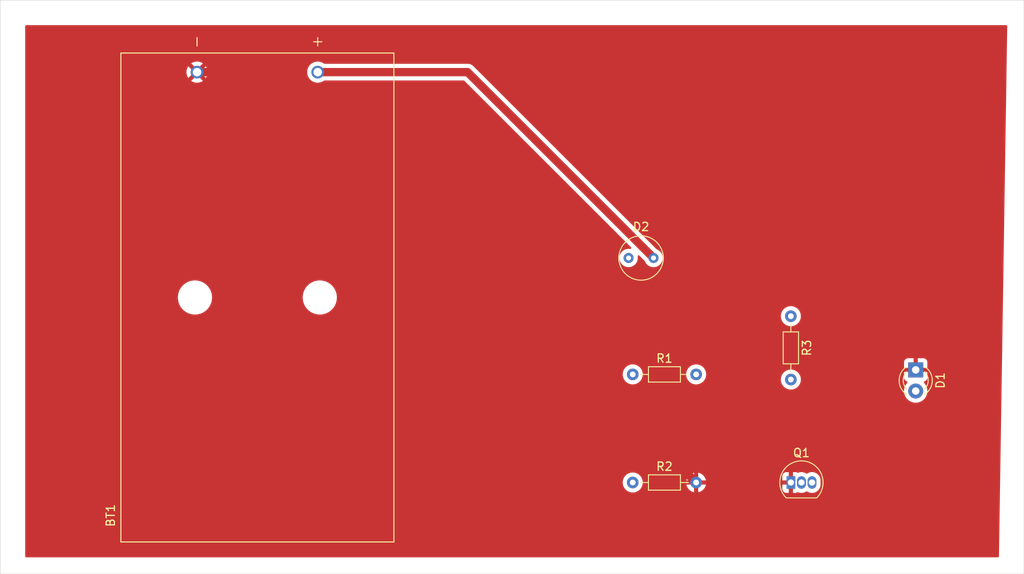
<source format=kicad_pcb>
(kicad_pcb (version 20241229) (generator "pcbnew") (generator_version "9.0")
  (layers (0 "F.Cu" signal) (2 "B.Cu" signal) (13 "F.Paste" user) (15 "B.Paste" user) (5 "F.SilkS" user "F.Silkscreen") (7 "B.SilkS" user "B.Silkscreen") (1 "F.Mask" user) (3 "B.Mask" user) (25 "Edge.Cuts" user))
  (net 0 "")
  (net 1 "Net-(D1-A)")
  (net 2 "Net-(D2-K)")
  (net 3 "Net-(D2-A)")
  (net 4 "Net-(Q1-B)")
  (net 5 "GND")
  (footprint "Resistor_THT:R_Axial_DIN0204_L3.6mm_D1.6mm_P7.62mm_Horizontal" (layer "F.Cu") (at 154 87 -90)
    (property "Reference" "R3" (at 3.81 -1.92 270) (layer "F.SilkS"))
    (property "Value" "R")
    (fp_line (start 1.89 0.92) (end 5.73 0.92) (stroke (width 0.12)) (layer "F.SilkS"))
    (fp_line (start 5.73 0.92) (end 5.73 -0.92) (stroke (width 0.12)) (layer "F.SilkS"))
    (fp_line (start 0.94 0) (end 1.89 0) (stroke (width 0.12)) (layer "F.SilkS"))
    (fp_line (start 6.68 0) (end 5.73 0) (stroke (width 0.12)) (layer "F.SilkS"))
    (fp_line (start 1.89 -0.92) (end 1.89 0.92) (stroke (width 0.12)) (layer "F.SilkS"))
    (fp_line (start 5.73 -0.92) (end 1.89 -0.92) (stroke (width 0.12)) (layer "F.SilkS"))
    (pad "1" thru_hole circle (at 0 0 270) (size 1.4 1.4) (drill 0.7) (layers "*.Cu" "*.Mask") (net 3 "Net-(D2-A)"))
    (pad "2" thru_hole oval (at 7.62 0 270) (size 1.4 1.4) (drill 0.7) (layers "*.Cu" "*.Mask") (net 1 "Net-(D1-A)"))
  )
  (footprint "LED_THT:LED_D3.0mm" (layer "F.Cu") (at 169 93.46 -90)
    (property "Reference" "D1" (at 1.27 -2.96 90) (layer "F.SilkS"))
    (property "Value" "LED")
    (fp_line (start -0.29 1.08) (end -0.29 1.236) (stroke (width 0.12)) (layer "F.SilkS"))
    (fp_line (start -0.29 -1.236) (end -0.29 -1.08) (stroke (width 0.12)) (layer "F.SilkS"))
    (fp_arc (start 2.941397 1.080061) (mid 1.365624 1.987701) (end -0.29 1.235516) (stroke (width 0.12)) (layer "F.SilkS"))
    (fp_arc (start 2.31091 1.080049) (mid 1.269964 1.5) (end 0.229039 1.08) (stroke (width 0.12)) (layer "F.SilkS"))
    (fp_arc (start 0.229039 -1.08) (mid 1.269964 -1.5) (end 2.31091 -1.080049) (stroke (width 0.12)) (layer "F.SilkS"))
    (fp_arc (start -0.29 -1.235516) (mid 1.365624 -1.987701) (end 2.941397 -1.080061) (stroke (width 0.12)) (layer "F.SilkS"))
    (pad "1" thru_hole rect (at 0 0 270) (size 1.8 1.8) (drill 0.9) (layers "*.Cu" "*.Mask") (net 5 "GND"))
    (pad "2" thru_hole circle (at 2.54 0 270) (size 1.8 1.8) (drill 0.9) (layers "*.Cu" "*.Mask") (net 1 "Net-(D1-A)"))
  )
  (footprint "My_Library:CdSセル" (layer "F.Cu") (at 135 80)
    (property "Reference" "D2" (at 1 -3.75 0) (layer "F.SilkS"))
    (property "Value" "D")
    (fp_circle (center 1 0) (end 3.67 0) (stroke (width 0.12)) (fill no) (layer "F.SilkS"))
    (pad "1" thru_hole circle (at -0.5 0) (size 1.2 1.2) (drill 0.6) (layers "*.Cu" "*.Mask") (net 2 "Net-(D2-K)"))
    (pad "2" thru_hole circle (at 2.5 0) (size 1.2 1.2) (drill 0.6) (layers "*.Cu" "*.Mask") (net 3 "Net-(D2-A)"))
  )
  (footprint "Resistor_THT:R_Axial_DIN0204_L3.6mm_D1.6mm_P7.62mm_Horizontal" (layer "F.Cu") (at 135 94)
    (property "Reference" "R1" (at 3.81 -1.92 0) (layer "F.SilkS"))
    (property "Value" "R")
    (fp_line (start 0.94 0) (end 1.89 0) (stroke (width 0.12)) (layer "F.SilkS"))
    (fp_line (start 1.89 -0.92) (end 1.89 0.92) (stroke (width 0.12)) (layer "F.SilkS"))
    (fp_line (start 1.89 0.92) (end 5.73 0.92) (stroke (width 0.12)) (layer "F.SilkS"))
    (fp_line (start 5.73 -0.92) (end 1.89 -0.92) (stroke (width 0.12)) (layer "F.SilkS"))
    (fp_line (start 5.73 0.92) (end 5.73 -0.92) (stroke (width 0.12)) (layer "F.SilkS"))
    (fp_line (start 6.68 0) (end 5.73 0) (stroke (width 0.12)) (layer "F.SilkS"))
    (pad "1" thru_hole circle (at 0 0) (size 1.4 1.4) (drill 0.7) (layers "*.Cu" "*.Mask") (net 2 "Net-(D2-K)"))
    (pad "2" thru_hole oval (at 7.62 0) (size 1.4 1.4) (drill 0.7) (layers "*.Cu" "*.Mask") (net 4 "Net-(Q1-B)"))
  )
  (footprint "Package_TO_SOT_THT:TO-92_Inline" (layer "F.Cu") (at 154 107)
    (property "Reference" "Q1" (at 1.27 -3.56 0) (layer "F.SilkS"))
    (property "Value" "2SC1815")
    (fp_line (start -0.53 1.85) (end 3.07 1.85) (stroke (width 0.12)) (layer "F.SilkS"))
    (fp_arc (start -0.568478 1.838478) (mid -1.132087 -0.994977) (end 1.27 -2.6) (stroke (width 0.12)) (layer "F.SilkS"))
    (fp_arc (start 1.27 -2.6) (mid 3.672087 -0.994977) (end 3.108478 1.838478) (stroke (width 0.12)) (layer "F.SilkS"))
    (pad "1" thru_hole rect (at 0 0) (size 1.05 1.5) (drill 0.75) (layers "*.Cu" "*.Mask") (net 5 "GND"))
    (pad "2" thru_hole oval (at 1.27 0) (size 1.05 1.5) (drill 0.75) (layers "*.Cu" "*.Mask") (net 1 "Net-(D1-A)"))
    (pad "3" thru_hole oval (at 2.54 0) (size 1.05 1.5) (drill 0.75) (layers "*.Cu" "*.Mask") (net 4 "Net-(Q1-B)"))
  )
  (footprint "Resistor_THT:R_Axial_DIN0204_L3.6mm_D1.6mm_P7.62mm_Horizontal" (layer "F.Cu") (at 135 107)
    (property "Reference" "R2" (at 3.81 -1.92 0) (layer "F.SilkS"))
    (property "Value" "R")
    (fp_line (start 0.94 0) (end 1.89 0) (stroke (width 0.12)) (layer "F.SilkS"))
    (fp_line (start 1.89 -0.92) (end 1.89 0.92) (stroke (width 0.12)) (layer "F.SilkS"))
    (fp_line (start 1.89 0.92) (end 5.73 0.92) (stroke (width 0.12)) (layer "F.SilkS"))
    (fp_line (start 5.73 -0.92) (end 1.89 -0.92) (stroke (width 0.12)) (layer "F.SilkS"))
    (fp_line (start 5.73 0.92) (end 5.73 -0.92) (stroke (width 0.12)) (layer "F.SilkS"))
    (fp_line (start 6.68 0) (end 5.73 0) (stroke (width 0.12)) (layer "F.SilkS"))
    (pad "1" thru_hole circle (at 0 0) (size 1.4 1.4) (drill 0.7) (layers "*.Cu" "*.Mask") (net 4 "Net-(Q1-B)"))
    (pad "2" thru_hole oval (at 7.62 0) (size 1.4 1.4) (drill 0.7) (layers "*.Cu" "*.Mask") (net 5 "GND"))
  )
  (footprint "2462:BAT_2462" (layer "F.Cu") (at 89.9 84.75 90)
    (property "Reference" "BT1" (at -26.225 -17.635 90) (layer "F.SilkS"))
    (property "Value" "2462")
    (fp_line (start 29.4 -16.4) (end 29.4 16.4) (stroke (width 0.127)) (layer "F.SilkS"))
    (fp_line (start -29.4 -16.4) (end 29.4 -16.4) (stroke (width 0.127)) (layer "F.SilkS"))
    (fp_line (start 30.25 -7.25) (end 31.25 -7.25) (stroke (width 0.127)) (layer "F.SilkS"))
    (fp_line (start 30.75 6.75) (end 30.75 7.75) (stroke (width 0.127)) (layer "F.SilkS"))
    (fp_line (start 30.25 7.25) (end 31.25 7.25) (stroke (width 0.127)) (layer "F.SilkS"))
    (fp_line (start 29.4 16.4) (end -29.4 16.4) (stroke (width 0.127)) (layer "F.SilkS"))
    (fp_line (start -29.4 16.4) (end -29.4 -16.4) (stroke (width 0.127)) (layer "F.SilkS"))
    (pad "" np_thru_hole circle (at 0 -7.5 90) (size 3.5 3.5) (drill 3.5) (layers "*.Cu" "*.Mask"))
    (pad "" np_thru_hole circle (at 0 7.5 90) (size 3.5 3.5) (drill 3.5) (layers "*.Cu" "*.Mask"))
    (pad "N" thru_hole circle (at 27.1 -7.25 90) (size 1.53 1.53) (drill 1.02) (layers "*.Cu" "*.Mask") (net 5 "GND"))
    (pad "P" thru_hole circle (at 27.1 7.25 90) (size 1.53 1.53) (drill 1.02) (layers "*.Cu" "*.Mask") (net 3 "Net-(D2-A)"))
  )
  (gr_rect (start 59 49) (end 182 118) (stroke (width 0.05)) (fill no) (layer "Edge.Cuts"))
  (segment (start 97.15 57.65) (end 115.15 57.65) (width 1) (layer "F.Cu") (net 3))
  (segment (start 115.15 57.65) (end 137.5 80) (width 1) (layer "F.Cu") (net 3))
  (segment (start 93.27 57.65) (end 142.62 107) (width 1) (layer "F.Cu") (net 5))
  (segment (start 82.65 57.65) (end 93.27 57.65) (width 1) (layer "F.Cu") (net 5))
  (zone (net 5) (net_name "GND") (layer "F.Cu") (connect_pads (clearance 0.5)) (min_thickness 0.25) (fill yes (thermal_gap 0.5) (thermal_bridge_width 0.5) (island_removal_mode 1) (island_area_min 10))
    (polygon (pts (xy 62 52) (xy 180 52) (xy 179 116) (xy 62 116)))
  )
)
</source>
